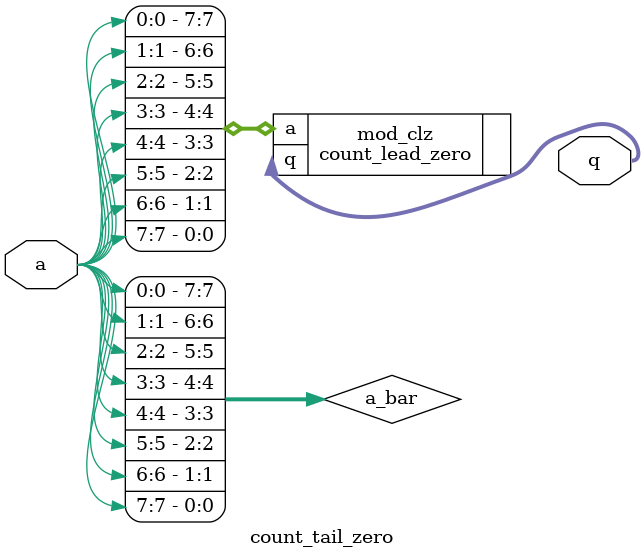
<source format=sv>
module count_tail_zero #(
    parameter W_IN = 8,
    parameter W_OUT = 8
) (
    input logic  [W_IN-1:0] a,
    output logic [W_OUT-1:0] q
);

logic  [W_IN-1:0] a_bar;

// reverse input vector
for(genvar i=0; i<W_IN; i=i+1)
begin 
    assign a_bar[i] = a[W_IN-i-1];
end

count_lead_zero #(W_IN, W_OUT) mod_clz (.a(a_bar), .q(q));

endmodule

</source>
